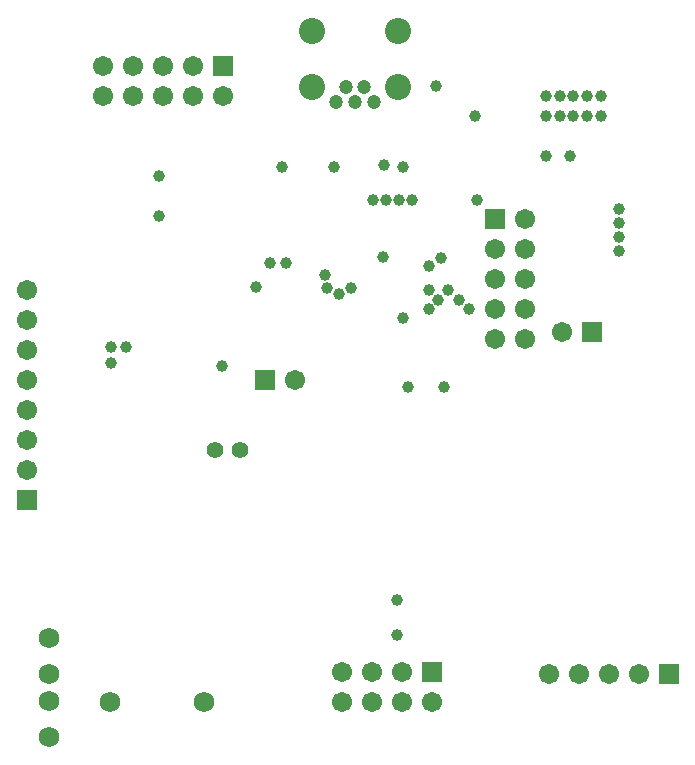
<source format=gbs>
%FSDAX24Y24*%
%MOIN*%
%SFA1B1*%

%IPPOS*%
%ADD77C,0.068000*%
%ADD78C,0.067100*%
%ADD79R,0.067100X0.067100*%
%ADD80C,0.055200*%
%ADD81R,0.067100X0.067100*%
%ADD82C,0.047400*%
%ADD83C,0.086700*%
%ADD84C,0.039500*%
%LNde-300617-1*%
%LPD*%
G54D77*
X019325Y014900D03*
X016175D03*
X014150Y017041D03*
Y015859D03*
Y013759D03*
Y014941D03*
G54D78*
X013400Y028650D03*
Y027650D03*
Y026650D03*
Y025650D03*
Y024650D03*
Y023650D03*
Y022650D03*
X031250Y027250D03*
X033800Y015850D03*
X032800D03*
X031800D03*
X030800D03*
X022350Y025650D03*
X026900Y014900D03*
X025900Y015900D03*
Y014900D03*
X024900Y015900D03*
Y014900D03*
X023900Y015900D03*
Y014900D03*
X030000Y031000D03*
X029000Y030000D03*
X030000D03*
X029000Y029000D03*
X030000D03*
X029000Y028000D03*
X030000D03*
X029000Y027000D03*
X030000D03*
X019950Y035100D03*
X018950Y036100D03*
Y035100D03*
X017950Y036100D03*
Y035100D03*
X016950Y036100D03*
Y035100D03*
X015950Y036100D03*
Y035100D03*
G54D79*
X013400Y021650D03*
X029000Y031000D03*
G54D80*
X020513Y023300D03*
X019687D03*
G54D81*
X032250Y027250D03*
X034800Y015850D03*
X021350Y025650D03*
X026900Y015900D03*
X019950Y036100D03*
G54D82*
X024980Y034928D03*
X024350D03*
X023720D03*
X024650Y035400D03*
X024050D03*
G54D83*
X025787Y035400D03*
X022913D03*
X025787Y037270D03*
X022913D03*
G54D84*
X030700Y035100D03*
X032550D03*
X032088D03*
X031625D03*
X031163D03*
Y034450D03*
X031625D03*
X032088D03*
X032550D03*
X033150Y029950D03*
Y030417D03*
Y030883D03*
Y031350D03*
X026100Y025400D03*
X028400Y031650D03*
X017800Y031100D03*
X023350Y029150D03*
X019900Y026100D03*
X025750Y017150D03*
X025300Y032800D03*
X025289Y029739D03*
X027100Y028300D03*
X026800Y028000D03*
X026250Y031650D03*
X025800D03*
X025365Y031657D03*
X025950Y032750D03*
X027200Y029700D03*
X026800Y029450D03*
X025950Y027700D03*
X026800Y028650D03*
X027450D03*
X022050Y029550D03*
X021500D03*
X021050Y028750D03*
X024950Y031650D03*
X023661Y032761D03*
X023400Y028700D03*
X016200Y026200D03*
Y026750D03*
X016700D03*
X028337Y034450D03*
X030700D03*
X027050Y035450D03*
X030700Y033100D03*
X027800Y028300D03*
X028150Y028000D03*
X024200Y028700D03*
X023800Y028500D03*
X021900Y032750D03*
X027300Y025400D03*
X025750Y018300D03*
X031500Y033100D03*
X017800Y032450D03*
M02*
</source>
